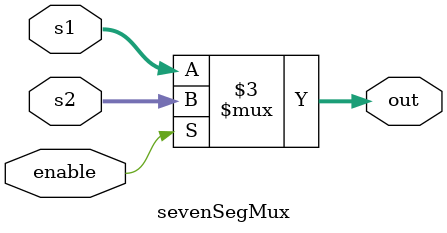
<source format=sv>


module sevenSegMux (
    input logic [3:0] s1, s2,
    input logic enable,
    output logic [3:0] out);

    always_comb begin
        if (enable) begin
            out = s2;
        end else begin
            out = s1;
        end
    end
endmodule
</source>
